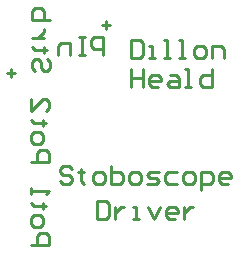
<source format=gbo>
G04 Layer_Color=32896*
%FSLAX44Y44*%
%MOMM*%
G71*
G01*
G75*
%ADD24C,0.2540*%
D24*
X75697Y76692D02*
X73158Y79232D01*
X68079D01*
X65540Y76692D01*
Y74153D01*
X68079Y71614D01*
X73158D01*
X75697Y69075D01*
Y66536D01*
X73158Y63996D01*
X68079D01*
X65540Y66536D01*
X83314Y76692D02*
Y74153D01*
X80775D01*
X85853D01*
X83314D01*
Y66536D01*
X85853Y63996D01*
X96010D02*
X101088D01*
X103628Y66536D01*
Y71614D01*
X101088Y74153D01*
X96010D01*
X93471Y71614D01*
Y66536D01*
X96010Y63996D01*
X108706Y79232D02*
Y63996D01*
X116324D01*
X118863Y66536D01*
Y69075D01*
Y71614D01*
X116324Y74153D01*
X108706D01*
X126480Y63996D02*
X131559D01*
X134098Y66536D01*
Y71614D01*
X131559Y74153D01*
X126480D01*
X123941Y71614D01*
Y66536D01*
X126480Y63996D01*
X139176D02*
X146794D01*
X149333Y66536D01*
X146794Y69075D01*
X141715D01*
X139176Y71614D01*
X141715Y74153D01*
X149333D01*
X164568D02*
X156950D01*
X154411Y71614D01*
Y66536D01*
X156950Y63996D01*
X164568D01*
X172185D02*
X177264D01*
X179803Y66536D01*
Y71614D01*
X177264Y74153D01*
X172185D01*
X169646Y71614D01*
Y66536D01*
X172185Y63996D01*
X184881Y58918D02*
Y74153D01*
X192499D01*
X195038Y71614D01*
Y66536D01*
X192499Y63996D01*
X184881D01*
X207734D02*
X202656D01*
X200117Y66536D01*
Y71614D01*
X202656Y74153D01*
X207734D01*
X210273Y71614D01*
Y69075D01*
X200117D01*
X97280Y49775D02*
Y34540D01*
X104897D01*
X107437Y37079D01*
Y47236D01*
X104897Y49775D01*
X97280D01*
X112515Y44697D02*
Y34540D01*
Y39618D01*
X115054Y42158D01*
X117593Y44697D01*
X120132D01*
X127750Y34540D02*
X132828D01*
X130289D01*
Y44697D01*
X127750D01*
X140446D02*
X145524Y34540D01*
X150603Y44697D01*
X163298Y34540D02*
X158220D01*
X155681Y37079D01*
Y42158D01*
X158220Y44697D01*
X163298D01*
X165838Y42158D01*
Y39618D01*
X155681D01*
X170916Y44697D02*
Y34540D01*
Y39618D01*
X173455Y42158D01*
X175994Y44697D01*
X178533D01*
X125540Y186153D02*
Y170918D01*
X133158D01*
X135697Y173457D01*
Y183614D01*
X133158Y186153D01*
X125540D01*
X140775Y170918D02*
X145853D01*
X143314D01*
Y181075D01*
X140775D01*
X153471Y170918D02*
X158549D01*
X156010D01*
Y186153D01*
X153471D01*
X166167Y170918D02*
X171245D01*
X168706D01*
Y186153D01*
X166167D01*
X181402Y170918D02*
X186480D01*
X189020Y173457D01*
Y178536D01*
X186480Y181075D01*
X181402D01*
X178863Y178536D01*
Y173457D01*
X181402Y170918D01*
X194098D02*
Y181075D01*
X201715D01*
X204254Y178536D01*
Y170918D01*
X125540Y161775D02*
Y146540D01*
Y154157D01*
X135697D01*
Y161775D01*
Y146540D01*
X148393D02*
X143314D01*
X140775Y149079D01*
Y154157D01*
X143314Y156697D01*
X148393D01*
X150932Y154157D01*
Y151618D01*
X140775D01*
X158549Y156697D02*
X163628D01*
X166167Y154157D01*
Y146540D01*
X158549D01*
X156010Y149079D01*
X158549Y151618D01*
X166167D01*
X171245Y146540D02*
X176324D01*
X173784D01*
Y161775D01*
X171245D01*
X194098D02*
Y146540D01*
X186480D01*
X183941Y149079D01*
Y154157D01*
X186480Y156697D01*
X194098D01*
X21000Y157998D02*
X27664D01*
X24332Y161331D02*
Y154666D01*
X101000Y198998D02*
X107664D01*
X104332Y202331D02*
Y195666D01*
X102000Y173000D02*
Y188235D01*
X94382D01*
X91843Y185696D01*
Y180618D01*
X94382Y178078D01*
X102000D01*
X86765Y188235D02*
X81687D01*
X84226D01*
Y173000D01*
X86765D01*
X81687D01*
X74069D02*
Y183157D01*
X66452D01*
X63912Y180618D01*
Y173000D01*
X54696Y170157D02*
X57235Y167617D01*
Y162539D01*
X54696Y160000D01*
X52157D01*
X49618Y162539D01*
Y167617D01*
X47078Y170157D01*
X44539D01*
X42000Y167617D01*
Y162539D01*
X44539Y160000D01*
X54696Y177774D02*
X52157D01*
Y175235D01*
Y180313D01*
Y177774D01*
X44539D01*
X42000Y180313D01*
X52157Y187931D02*
X42000D01*
X47078D01*
X49618Y190470D01*
X52157Y193009D01*
Y195548D01*
X57235Y203166D02*
X42000D01*
Y210784D01*
X44539Y213323D01*
X47078D01*
X49618D01*
X52157Y210784D01*
Y203166D01*
X41000Y12000D02*
X56235D01*
Y19618D01*
X53696Y22157D01*
X48618D01*
X46078Y19618D01*
Y12000D01*
X41000Y29774D02*
Y34853D01*
X43539Y37392D01*
X48618D01*
X51157Y34853D01*
Y29774D01*
X48618Y27235D01*
X43539D01*
X41000Y29774D01*
X53696Y45009D02*
X51157D01*
Y42470D01*
Y47548D01*
Y45009D01*
X43539D01*
X41000Y47548D01*
Y55166D02*
Y60244D01*
Y57705D01*
X56235D01*
X53696Y55166D01*
X41000Y83000D02*
X56235D01*
Y90618D01*
X53696Y93157D01*
X48618D01*
X46078Y90618D01*
Y83000D01*
X41000Y100774D02*
Y105853D01*
X43539Y108392D01*
X48618D01*
X51157Y105853D01*
Y100774D01*
X48618Y98235D01*
X43539D01*
X41000Y100774D01*
X53696Y116009D02*
X51157D01*
Y113470D01*
Y118548D01*
Y116009D01*
X43539D01*
X41000Y118548D01*
Y136323D02*
Y126166D01*
X51157Y136323D01*
X53696D01*
X56235Y133784D01*
Y128705D01*
X53696Y126166D01*
M02*

</source>
